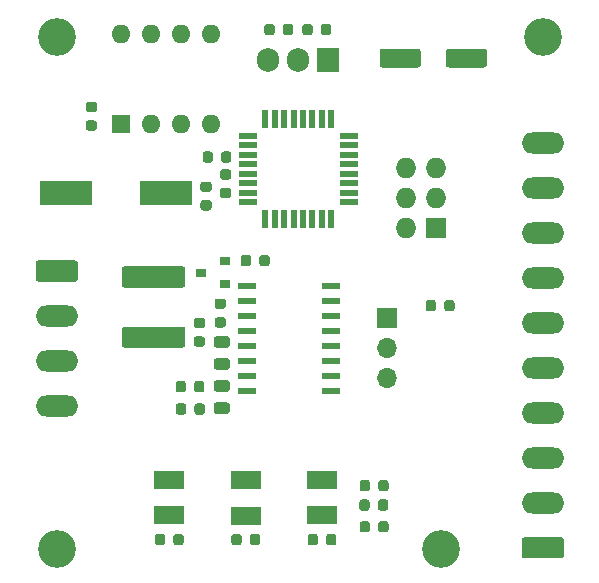
<source format=gts>
G04 #@! TF.GenerationSoftware,KiCad,Pcbnew,5.1.9+dfsg1-1*
G04 #@! TF.CreationDate,2022-02-26T07:12:57+01:00*
G04 #@! TF.ProjectId,mobus,6d6f6275-732e-46b6-9963-61645f706362,rev?*
G04 #@! TF.SameCoordinates,Original*
G04 #@! TF.FileFunction,Soldermask,Top*
G04 #@! TF.FilePolarity,Negative*
%FSLAX46Y46*%
G04 Gerber Fmt 4.6, Leading zero omitted, Abs format (unit mm)*
G04 Created by KiCad (PCBNEW 5.1.9+dfsg1-1) date 2022-02-26 07:12:57*
%MOMM*%
%LPD*%
G01*
G04 APERTURE LIST*
%ADD10O,3.600000X1.800000*%
%ADD11O,1.700000X1.700000*%
%ADD12R,1.700000X1.700000*%
%ADD13C,3.200000*%
%ADD14R,4.500000X2.000000*%
%ADD15R,1.500000X0.600000*%
%ADD16O,1.600000X1.600000*%
%ADD17R,1.600000X1.600000*%
%ADD18O,1.905000X2.000000*%
%ADD19R,1.905000X2.000000*%
%ADD20R,0.550000X1.600000*%
%ADD21R,1.600000X0.550000*%
%ADD22R,0.900000X0.800000*%
%ADD23R,2.600000X1.500000*%
%ADD24O,1.727200X1.727200*%
%ADD25R,1.727200X1.727200*%
G04 APERTURE END LIST*
G36*
G01*
X128810500Y-85219250D02*
X128810500Y-84706750D01*
G75*
G02*
X129029250Y-84488000I218750J0D01*
G01*
X129466750Y-84488000D01*
G75*
G02*
X129685500Y-84706750I0J-218750D01*
G01*
X129685500Y-85219250D01*
G75*
G02*
X129466750Y-85438000I-218750J0D01*
G01*
X129029250Y-85438000D01*
G75*
G02*
X128810500Y-85219250I0J218750D01*
G01*
G37*
G36*
G01*
X127235500Y-85219250D02*
X127235500Y-84706750D01*
G75*
G02*
X127454250Y-84488000I218750J0D01*
G01*
X127891750Y-84488000D01*
G75*
G02*
X128110500Y-84706750I0J-218750D01*
G01*
X128110500Y-85219250D01*
G75*
G02*
X127891750Y-85438000I-218750J0D01*
G01*
X127454250Y-85438000D01*
G75*
G02*
X127235500Y-85219250I0J218750D01*
G01*
G37*
D10*
X137160000Y-71183500D03*
X137160000Y-74993500D03*
X137160000Y-78803500D03*
X137160000Y-82613500D03*
X137160000Y-86423500D03*
X137160000Y-90233500D03*
X137160000Y-94043500D03*
X137160000Y-97853500D03*
X137160000Y-101663500D03*
G36*
G01*
X138710000Y-106373500D02*
X135610000Y-106373500D01*
G75*
G02*
X135360000Y-106123500I0J250000D01*
G01*
X135360000Y-104823500D01*
G75*
G02*
X135610000Y-104573500I250000J0D01*
G01*
X138710000Y-104573500D01*
G75*
G02*
X138960000Y-104823500I0J-250000D01*
G01*
X138960000Y-106123500D01*
G75*
G02*
X138710000Y-106373500I-250000J0D01*
G01*
G37*
D11*
X123952000Y-91059000D03*
X123952000Y-88519000D03*
D12*
X123952000Y-85979000D03*
D13*
X128524000Y-105537000D03*
X96012000Y-62230000D03*
X96012000Y-105537000D03*
X137160000Y-62230000D03*
G36*
G01*
X106653500Y-83440000D02*
X101753500Y-83440000D01*
G75*
G02*
X101503500Y-83190000I0J250000D01*
G01*
X101503500Y-81890000D01*
G75*
G02*
X101753500Y-81640000I250000J0D01*
G01*
X106653500Y-81640000D01*
G75*
G02*
X106903500Y-81890000I0J-250000D01*
G01*
X106903500Y-83190000D01*
G75*
G02*
X106653500Y-83440000I-250000J0D01*
G01*
G37*
G36*
G01*
X106653500Y-88540000D02*
X101753500Y-88540000D01*
G75*
G02*
X101503500Y-88290000I0J250000D01*
G01*
X101503500Y-86990000D01*
G75*
G02*
X101753500Y-86740000I250000J0D01*
G01*
X106653500Y-86740000D01*
G75*
G02*
X106903500Y-86990000I0J-250000D01*
G01*
X106903500Y-88290000D01*
G75*
G02*
X106653500Y-88540000I-250000J0D01*
G01*
G37*
D14*
X105278500Y-75438000D03*
X96778500Y-75438000D03*
G36*
G01*
X110555750Y-74300500D02*
X110043250Y-74300500D01*
G75*
G02*
X109824500Y-74081750I0J218750D01*
G01*
X109824500Y-73644250D01*
G75*
G02*
X110043250Y-73425500I218750J0D01*
G01*
X110555750Y-73425500D01*
G75*
G02*
X110774500Y-73644250I0J-218750D01*
G01*
X110774500Y-74081750D01*
G75*
G02*
X110555750Y-74300500I-218750J0D01*
G01*
G37*
G36*
G01*
X110555750Y-75875500D02*
X110043250Y-75875500D01*
G75*
G02*
X109824500Y-75656750I0J218750D01*
G01*
X109824500Y-75219250D01*
G75*
G02*
X110043250Y-75000500I218750J0D01*
G01*
X110555750Y-75000500D01*
G75*
G02*
X110774500Y-75219250I0J-218750D01*
G01*
X110774500Y-75656750D01*
G75*
G02*
X110555750Y-75875500I-218750J0D01*
G01*
G37*
G36*
G01*
X108904750Y-75342000D02*
X108392250Y-75342000D01*
G75*
G02*
X108173500Y-75123250I0J218750D01*
G01*
X108173500Y-74685750D01*
G75*
G02*
X108392250Y-74467000I218750J0D01*
G01*
X108904750Y-74467000D01*
G75*
G02*
X109123500Y-74685750I0J-218750D01*
G01*
X109123500Y-75123250D01*
G75*
G02*
X108904750Y-75342000I-218750J0D01*
G01*
G37*
G36*
G01*
X108904750Y-76917000D02*
X108392250Y-76917000D01*
G75*
G02*
X108173500Y-76698250I0J218750D01*
G01*
X108173500Y-76260750D01*
G75*
G02*
X108392250Y-76042000I218750J0D01*
G01*
X108904750Y-76042000D01*
G75*
G02*
X109123500Y-76260750I0J-218750D01*
G01*
X109123500Y-76698250D01*
G75*
G02*
X108904750Y-76917000I-218750J0D01*
G01*
G37*
D15*
X119247000Y-83312000D03*
X119247000Y-84582000D03*
X119247000Y-85852000D03*
X119247000Y-87122000D03*
X119247000Y-88392000D03*
X119247000Y-89662000D03*
X119247000Y-90932000D03*
X119247000Y-92202000D03*
X112147000Y-92202000D03*
X112147000Y-90932000D03*
X112147000Y-89662000D03*
X112147000Y-88392000D03*
X112147000Y-87122000D03*
X112147000Y-85852000D03*
X112147000Y-84582000D03*
X112147000Y-83312000D03*
D16*
X101473000Y-61976000D03*
X109093000Y-69596000D03*
X104013000Y-61976000D03*
X106553000Y-69596000D03*
X106553000Y-61976000D03*
X104013000Y-69596000D03*
X109093000Y-61976000D03*
D17*
X101473000Y-69596000D03*
D18*
X113855500Y-64135000D03*
X116395500Y-64135000D03*
D19*
X118935500Y-64135000D03*
D20*
X113659000Y-69156000D03*
X114459000Y-69156000D03*
X115259000Y-69156000D03*
X116059000Y-69156000D03*
X116859000Y-69156000D03*
X117659000Y-69156000D03*
X118459000Y-69156000D03*
X119259000Y-69156000D03*
D21*
X120709000Y-70606000D03*
X120709000Y-71406000D03*
X120709000Y-72206000D03*
X120709000Y-73006000D03*
X120709000Y-73806000D03*
X120709000Y-74606000D03*
X120709000Y-75406000D03*
X120709000Y-76206000D03*
D20*
X119259000Y-77656000D03*
X118459000Y-77656000D03*
X117659000Y-77656000D03*
X116859000Y-77656000D03*
X116059000Y-77656000D03*
X115259000Y-77656000D03*
X114459000Y-77656000D03*
X113659000Y-77656000D03*
D21*
X112209000Y-76206000D03*
X112209000Y-75406000D03*
X112209000Y-74606000D03*
X112209000Y-73806000D03*
X112209000Y-73006000D03*
X112209000Y-72206000D03*
X112209000Y-71406000D03*
X112209000Y-70606000D03*
G36*
G01*
X107820750Y-87573500D02*
X108333250Y-87573500D01*
G75*
G02*
X108552000Y-87792250I0J-218750D01*
G01*
X108552000Y-88229750D01*
G75*
G02*
X108333250Y-88448500I-218750J0D01*
G01*
X107820750Y-88448500D01*
G75*
G02*
X107602000Y-88229750I0J218750D01*
G01*
X107602000Y-87792250D01*
G75*
G02*
X107820750Y-87573500I218750J0D01*
G01*
G37*
G36*
G01*
X107820750Y-85998500D02*
X108333250Y-85998500D01*
G75*
G02*
X108552000Y-86217250I0J-218750D01*
G01*
X108552000Y-86654750D01*
G75*
G02*
X108333250Y-86873500I-218750J0D01*
G01*
X107820750Y-86873500D01*
G75*
G02*
X107602000Y-86654750I0J218750D01*
G01*
X107602000Y-86217250D01*
G75*
G02*
X107820750Y-85998500I218750J0D01*
G01*
G37*
G36*
G01*
X109598750Y-85948000D02*
X110111250Y-85948000D01*
G75*
G02*
X110330000Y-86166750I0J-218750D01*
G01*
X110330000Y-86604250D01*
G75*
G02*
X110111250Y-86823000I-218750J0D01*
G01*
X109598750Y-86823000D01*
G75*
G02*
X109380000Y-86604250I0J218750D01*
G01*
X109380000Y-86166750D01*
G75*
G02*
X109598750Y-85948000I218750J0D01*
G01*
G37*
G36*
G01*
X109598750Y-84373000D02*
X110111250Y-84373000D01*
G75*
G02*
X110330000Y-84591750I0J-218750D01*
G01*
X110330000Y-85029250D01*
G75*
G02*
X110111250Y-85248000I-218750J0D01*
G01*
X109598750Y-85248000D01*
G75*
G02*
X109380000Y-85029250I0J218750D01*
G01*
X109380000Y-84591750D01*
G75*
G02*
X109598750Y-84373000I218750J0D01*
G01*
G37*
G36*
G01*
X106939500Y-91564750D02*
X106939500Y-92077250D01*
G75*
G02*
X106720750Y-92296000I-218750J0D01*
G01*
X106283250Y-92296000D01*
G75*
G02*
X106064500Y-92077250I0J218750D01*
G01*
X106064500Y-91564750D01*
G75*
G02*
X106283250Y-91346000I218750J0D01*
G01*
X106720750Y-91346000D01*
G75*
G02*
X106939500Y-91564750I0J-218750D01*
G01*
G37*
G36*
G01*
X108514500Y-91564750D02*
X108514500Y-92077250D01*
G75*
G02*
X108295750Y-92296000I-218750J0D01*
G01*
X107858250Y-92296000D01*
G75*
G02*
X107639500Y-92077250I0J218750D01*
G01*
X107639500Y-91564750D01*
G75*
G02*
X107858250Y-91346000I218750J0D01*
G01*
X108295750Y-91346000D01*
G75*
G02*
X108514500Y-91564750I0J-218750D01*
G01*
G37*
G36*
G01*
X106965000Y-93469750D02*
X106965000Y-93982250D01*
G75*
G02*
X106746250Y-94201000I-218750J0D01*
G01*
X106308750Y-94201000D01*
G75*
G02*
X106090000Y-93982250I0J218750D01*
G01*
X106090000Y-93469750D01*
G75*
G02*
X106308750Y-93251000I218750J0D01*
G01*
X106746250Y-93251000D01*
G75*
G02*
X106965000Y-93469750I0J-218750D01*
G01*
G37*
G36*
G01*
X108540000Y-93469750D02*
X108540000Y-93982250D01*
G75*
G02*
X108321250Y-94201000I-218750J0D01*
G01*
X107883750Y-94201000D01*
G75*
G02*
X107665000Y-93982250I0J218750D01*
G01*
X107665000Y-93469750D01*
G75*
G02*
X107883750Y-93251000I218750J0D01*
G01*
X108321250Y-93251000D01*
G75*
G02*
X108540000Y-93469750I0J-218750D01*
G01*
G37*
G36*
G01*
X122497000Y-101597750D02*
X122497000Y-102110250D01*
G75*
G02*
X122278250Y-102329000I-218750J0D01*
G01*
X121840750Y-102329000D01*
G75*
G02*
X121622000Y-102110250I0J218750D01*
G01*
X121622000Y-101597750D01*
G75*
G02*
X121840750Y-101379000I218750J0D01*
G01*
X122278250Y-101379000D01*
G75*
G02*
X122497000Y-101597750I0J-218750D01*
G01*
G37*
G36*
G01*
X124072000Y-101597750D02*
X124072000Y-102110250D01*
G75*
G02*
X123853250Y-102329000I-218750J0D01*
G01*
X123415750Y-102329000D01*
G75*
G02*
X123197000Y-102110250I0J218750D01*
G01*
X123197000Y-101597750D01*
G75*
G02*
X123415750Y-101379000I218750J0D01*
G01*
X123853250Y-101379000D01*
G75*
G02*
X124072000Y-101597750I0J-218750D01*
G01*
G37*
G36*
G01*
X105187000Y-104518750D02*
X105187000Y-105031250D01*
G75*
G02*
X104968250Y-105250000I-218750J0D01*
G01*
X104530750Y-105250000D01*
G75*
G02*
X104312000Y-105031250I0J218750D01*
G01*
X104312000Y-104518750D01*
G75*
G02*
X104530750Y-104300000I218750J0D01*
G01*
X104968250Y-104300000D01*
G75*
G02*
X105187000Y-104518750I0J-218750D01*
G01*
G37*
G36*
G01*
X106762000Y-104518750D02*
X106762000Y-105031250D01*
G75*
G02*
X106543250Y-105250000I-218750J0D01*
G01*
X106105750Y-105250000D01*
G75*
G02*
X105887000Y-105031250I0J218750D01*
G01*
X105887000Y-104518750D01*
G75*
G02*
X106105750Y-104300000I218750J0D01*
G01*
X106543250Y-104300000D01*
G75*
G02*
X106762000Y-104518750I0J-218750D01*
G01*
G37*
G36*
G01*
X122522500Y-99946750D02*
X122522500Y-100459250D01*
G75*
G02*
X122303750Y-100678000I-218750J0D01*
G01*
X121866250Y-100678000D01*
G75*
G02*
X121647500Y-100459250I0J218750D01*
G01*
X121647500Y-99946750D01*
G75*
G02*
X121866250Y-99728000I218750J0D01*
G01*
X122303750Y-99728000D01*
G75*
G02*
X122522500Y-99946750I0J-218750D01*
G01*
G37*
G36*
G01*
X124097500Y-99946750D02*
X124097500Y-100459250D01*
G75*
G02*
X123878750Y-100678000I-218750J0D01*
G01*
X123441250Y-100678000D01*
G75*
G02*
X123222500Y-100459250I0J218750D01*
G01*
X123222500Y-99946750D01*
G75*
G02*
X123441250Y-99728000I218750J0D01*
G01*
X123878750Y-99728000D01*
G75*
G02*
X124097500Y-99946750I0J-218750D01*
G01*
G37*
G36*
G01*
X111664000Y-104518750D02*
X111664000Y-105031250D01*
G75*
G02*
X111445250Y-105250000I-218750J0D01*
G01*
X111007750Y-105250000D01*
G75*
G02*
X110789000Y-105031250I0J218750D01*
G01*
X110789000Y-104518750D01*
G75*
G02*
X111007750Y-104300000I218750J0D01*
G01*
X111445250Y-104300000D01*
G75*
G02*
X111664000Y-104518750I0J-218750D01*
G01*
G37*
G36*
G01*
X113239000Y-104518750D02*
X113239000Y-105031250D01*
G75*
G02*
X113020250Y-105250000I-218750J0D01*
G01*
X112582750Y-105250000D01*
G75*
G02*
X112364000Y-105031250I0J218750D01*
G01*
X112364000Y-104518750D01*
G75*
G02*
X112582750Y-104300000I218750J0D01*
G01*
X113020250Y-104300000D01*
G75*
G02*
X113239000Y-104518750I0J-218750D01*
G01*
G37*
G36*
G01*
X122522500Y-103439250D02*
X122522500Y-103951750D01*
G75*
G02*
X122303750Y-104170500I-218750J0D01*
G01*
X121866250Y-104170500D01*
G75*
G02*
X121647500Y-103951750I0J218750D01*
G01*
X121647500Y-103439250D01*
G75*
G02*
X121866250Y-103220500I218750J0D01*
G01*
X122303750Y-103220500D01*
G75*
G02*
X122522500Y-103439250I0J-218750D01*
G01*
G37*
G36*
G01*
X124097500Y-103439250D02*
X124097500Y-103951750D01*
G75*
G02*
X123878750Y-104170500I-218750J0D01*
G01*
X123441250Y-104170500D01*
G75*
G02*
X123222500Y-103951750I0J218750D01*
G01*
X123222500Y-103439250D01*
G75*
G02*
X123441250Y-103220500I218750J0D01*
G01*
X123878750Y-103220500D01*
G75*
G02*
X124097500Y-103439250I0J-218750D01*
G01*
G37*
G36*
G01*
X118115500Y-104518750D02*
X118115500Y-105031250D01*
G75*
G02*
X117896750Y-105250000I-218750J0D01*
G01*
X117459250Y-105250000D01*
G75*
G02*
X117240500Y-105031250I0J218750D01*
G01*
X117240500Y-104518750D01*
G75*
G02*
X117459250Y-104300000I218750J0D01*
G01*
X117896750Y-104300000D01*
G75*
G02*
X118115500Y-104518750I0J-218750D01*
G01*
G37*
G36*
G01*
X119690500Y-104518750D02*
X119690500Y-105031250D01*
G75*
G02*
X119471750Y-105250000I-218750J0D01*
G01*
X119034250Y-105250000D01*
G75*
G02*
X118815500Y-105031250I0J218750D01*
G01*
X118815500Y-104518750D01*
G75*
G02*
X119034250Y-104300000I218750J0D01*
G01*
X119471750Y-104300000D01*
G75*
G02*
X119690500Y-104518750I0J-218750D01*
G01*
G37*
D22*
X108220000Y-82169000D03*
X110220000Y-81219000D03*
X110220000Y-83119000D03*
D10*
X96012000Y-93472000D03*
X96012000Y-89662000D03*
X96012000Y-85852000D03*
G36*
G01*
X94462000Y-81142000D02*
X97562000Y-81142000D01*
G75*
G02*
X97812000Y-81392000I0J-250000D01*
G01*
X97812000Y-82692000D01*
G75*
G02*
X97562000Y-82942000I-250000J0D01*
G01*
X94462000Y-82942000D01*
G75*
G02*
X94212000Y-82692000I0J250000D01*
G01*
X94212000Y-81392000D01*
G75*
G02*
X94462000Y-81142000I250000J0D01*
G01*
G37*
D23*
X105537000Y-99719000D03*
X105537000Y-102719000D03*
X112014000Y-99743000D03*
X112014000Y-102743000D03*
X118491000Y-99695000D03*
X118491000Y-102695000D03*
D24*
X125603000Y-73342500D03*
X128143000Y-73342500D03*
X125603000Y-75882500D03*
X128143000Y-75882500D03*
X125603000Y-78422500D03*
D25*
X128143000Y-78422500D03*
G36*
G01*
X110438250Y-88528500D02*
X109525750Y-88528500D01*
G75*
G02*
X109282000Y-88284750I0J243750D01*
G01*
X109282000Y-87797250D01*
G75*
G02*
X109525750Y-87553500I243750J0D01*
G01*
X110438250Y-87553500D01*
G75*
G02*
X110682000Y-87797250I0J-243750D01*
G01*
X110682000Y-88284750D01*
G75*
G02*
X110438250Y-88528500I-243750J0D01*
G01*
G37*
G36*
G01*
X110438250Y-90403500D02*
X109525750Y-90403500D01*
G75*
G02*
X109282000Y-90159750I0J243750D01*
G01*
X109282000Y-89672250D01*
G75*
G02*
X109525750Y-89428500I243750J0D01*
G01*
X110438250Y-89428500D01*
G75*
G02*
X110682000Y-89672250I0J-243750D01*
G01*
X110682000Y-90159750D01*
G75*
G02*
X110438250Y-90403500I-243750J0D01*
G01*
G37*
G36*
G01*
X110438250Y-92260000D02*
X109525750Y-92260000D01*
G75*
G02*
X109282000Y-92016250I0J243750D01*
G01*
X109282000Y-91528750D01*
G75*
G02*
X109525750Y-91285000I243750J0D01*
G01*
X110438250Y-91285000D01*
G75*
G02*
X110682000Y-91528750I0J-243750D01*
G01*
X110682000Y-92016250D01*
G75*
G02*
X110438250Y-92260000I-243750J0D01*
G01*
G37*
G36*
G01*
X110438250Y-94135000D02*
X109525750Y-94135000D01*
G75*
G02*
X109282000Y-93891250I0J243750D01*
G01*
X109282000Y-93403750D01*
G75*
G02*
X109525750Y-93160000I243750J0D01*
G01*
X110438250Y-93160000D01*
G75*
G02*
X110682000Y-93403750I0J-243750D01*
G01*
X110682000Y-93891250D01*
G75*
G02*
X110438250Y-94135000I-243750J0D01*
G01*
G37*
G36*
G01*
X113151500Y-81409250D02*
X113151500Y-80896750D01*
G75*
G02*
X113370250Y-80678000I218750J0D01*
G01*
X113807750Y-80678000D01*
G75*
G02*
X114026500Y-80896750I0J-218750D01*
G01*
X114026500Y-81409250D01*
G75*
G02*
X113807750Y-81628000I-218750J0D01*
G01*
X113370250Y-81628000D01*
G75*
G02*
X113151500Y-81409250I0J218750D01*
G01*
G37*
G36*
G01*
X111576500Y-81409250D02*
X111576500Y-80896750D01*
G75*
G02*
X111795250Y-80678000I218750J0D01*
G01*
X112232750Y-80678000D01*
G75*
G02*
X112451500Y-80896750I0J-218750D01*
G01*
X112451500Y-81409250D01*
G75*
G02*
X112232750Y-81628000I-218750J0D01*
G01*
X111795250Y-81628000D01*
G75*
G02*
X111576500Y-81409250I0J218750D01*
G01*
G37*
G36*
G01*
X98676750Y-69285500D02*
X99189250Y-69285500D01*
G75*
G02*
X99408000Y-69504250I0J-218750D01*
G01*
X99408000Y-69941750D01*
G75*
G02*
X99189250Y-70160500I-218750J0D01*
G01*
X98676750Y-70160500D01*
G75*
G02*
X98458000Y-69941750I0J218750D01*
G01*
X98458000Y-69504250D01*
G75*
G02*
X98676750Y-69285500I218750J0D01*
G01*
G37*
G36*
G01*
X98676750Y-67710500D02*
X99189250Y-67710500D01*
G75*
G02*
X99408000Y-67929250I0J-218750D01*
G01*
X99408000Y-68366750D01*
G75*
G02*
X99189250Y-68585500I-218750J0D01*
G01*
X98676750Y-68585500D01*
G75*
G02*
X98458000Y-68366750I0J218750D01*
G01*
X98458000Y-67929250D01*
G75*
G02*
X98676750Y-67710500I218750J0D01*
G01*
G37*
G36*
G01*
X115158000Y-61851250D02*
X115158000Y-61338750D01*
G75*
G02*
X115376750Y-61120000I218750J0D01*
G01*
X115814250Y-61120000D01*
G75*
G02*
X116033000Y-61338750I0J-218750D01*
G01*
X116033000Y-61851250D01*
G75*
G02*
X115814250Y-62070000I-218750J0D01*
G01*
X115376750Y-62070000D01*
G75*
G02*
X115158000Y-61851250I0J218750D01*
G01*
G37*
G36*
G01*
X113583000Y-61851250D02*
X113583000Y-61338750D01*
G75*
G02*
X113801750Y-61120000I218750J0D01*
G01*
X114239250Y-61120000D01*
G75*
G02*
X114458000Y-61338750I0J-218750D01*
G01*
X114458000Y-61851250D01*
G75*
G02*
X114239250Y-62070000I-218750J0D01*
G01*
X113801750Y-62070000D01*
G75*
G02*
X113583000Y-61851250I0J218750D01*
G01*
G37*
G36*
G01*
X117671000Y-61338750D02*
X117671000Y-61851250D01*
G75*
G02*
X117452250Y-62070000I-218750J0D01*
G01*
X117014750Y-62070000D01*
G75*
G02*
X116796000Y-61851250I0J218750D01*
G01*
X116796000Y-61338750D01*
G75*
G02*
X117014750Y-61120000I218750J0D01*
G01*
X117452250Y-61120000D01*
G75*
G02*
X117671000Y-61338750I0J-218750D01*
G01*
G37*
G36*
G01*
X119246000Y-61338750D02*
X119246000Y-61851250D01*
G75*
G02*
X119027250Y-62070000I-218750J0D01*
G01*
X118589750Y-62070000D01*
G75*
G02*
X118371000Y-61851250I0J218750D01*
G01*
X118371000Y-61338750D01*
G75*
G02*
X118589750Y-61120000I218750J0D01*
G01*
X119027250Y-61120000D01*
G75*
G02*
X119246000Y-61338750I0J-218750D01*
G01*
G37*
G36*
G01*
X126839000Y-63458000D02*
X126839000Y-64558000D01*
G75*
G02*
X126589000Y-64808000I-250000J0D01*
G01*
X123589000Y-64808000D01*
G75*
G02*
X123339000Y-64558000I0J250000D01*
G01*
X123339000Y-63458000D01*
G75*
G02*
X123589000Y-63208000I250000J0D01*
G01*
X126589000Y-63208000D01*
G75*
G02*
X126839000Y-63458000I0J-250000D01*
G01*
G37*
G36*
G01*
X132439000Y-63458000D02*
X132439000Y-64558000D01*
G75*
G02*
X132189000Y-64808000I-250000J0D01*
G01*
X129189000Y-64808000D01*
G75*
G02*
X128939000Y-64558000I0J250000D01*
G01*
X128939000Y-63458000D01*
G75*
G02*
X129189000Y-63208000I250000J0D01*
G01*
X132189000Y-63208000D01*
G75*
G02*
X132439000Y-63458000I0J-250000D01*
G01*
G37*
G36*
G01*
X109225500Y-72133750D02*
X109225500Y-72646250D01*
G75*
G02*
X109006750Y-72865000I-218750J0D01*
G01*
X108569250Y-72865000D01*
G75*
G02*
X108350500Y-72646250I0J218750D01*
G01*
X108350500Y-72133750D01*
G75*
G02*
X108569250Y-71915000I218750J0D01*
G01*
X109006750Y-71915000D01*
G75*
G02*
X109225500Y-72133750I0J-218750D01*
G01*
G37*
G36*
G01*
X110800500Y-72133750D02*
X110800500Y-72646250D01*
G75*
G02*
X110581750Y-72865000I-218750J0D01*
G01*
X110144250Y-72865000D01*
G75*
G02*
X109925500Y-72646250I0J218750D01*
G01*
X109925500Y-72133750D01*
G75*
G02*
X110144250Y-71915000I218750J0D01*
G01*
X110581750Y-71915000D01*
G75*
G02*
X110800500Y-72133750I0J-218750D01*
G01*
G37*
M02*

</source>
